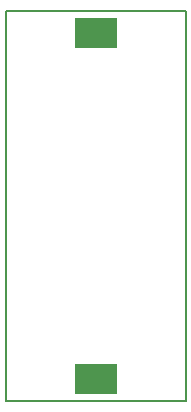
<source format=gbp>
G75*
%MOIN*%
%OFA0B0*%
%FSLAX25Y25*%
%IPPOS*%
%LPD*%
%AMOC8*
5,1,8,0,0,1.08239X$1,22.5*
%
%ADD10C,0.00800*%
%ADD11R,0.14173X0.10236*%
D10*
X0013000Y0001400D02*
X0013000Y0131400D01*
X0073000Y0131400D01*
X0073000Y0001400D01*
X0013000Y0001400D01*
D11*
X0043000Y0008723D03*
X0043000Y0124077D03*
M02*

</source>
